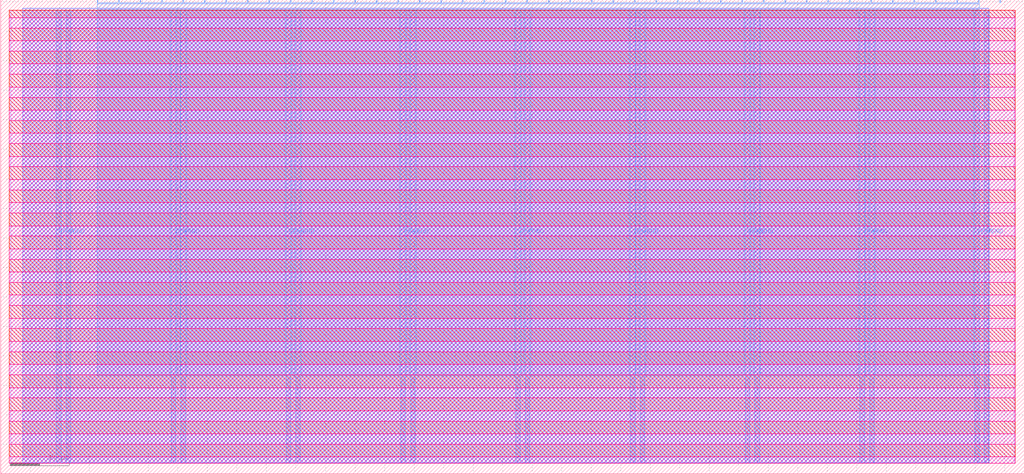
<source format=lef>
VERSION 5.7 ;
  NOWIREEXTENSIONATPIN ON ;
  DIVIDERCHAR "/" ;
  BUSBITCHARS "[]" ;
MACRO tt_um_SophusAndreassen_dogbattle
  CLASS BLOCK ;
  FOREIGN tt_um_SophusAndreassen_dogbattle ;
  ORIGIN 0.000 0.000 ;
  SIZE 346.640 BY 160.720 ;
  PIN VGND
    DIRECTION INOUT ;
    USE GROUND ;
    PORT
      LAYER Metal4 ;
        RECT 22.180 3.620 23.780 157.100 ;
    END
    PORT
      LAYER Metal4 ;
        RECT 61.050 3.620 62.650 157.100 ;
    END
    PORT
      LAYER Metal4 ;
        RECT 99.920 3.620 101.520 157.100 ;
    END
    PORT
      LAYER Metal4 ;
        RECT 138.790 3.620 140.390 157.100 ;
    END
    PORT
      LAYER Metal4 ;
        RECT 177.660 3.620 179.260 157.100 ;
    END
    PORT
      LAYER Metal4 ;
        RECT 216.530 3.620 218.130 157.100 ;
    END
    PORT
      LAYER Metal4 ;
        RECT 255.400 3.620 257.000 157.100 ;
    END
    PORT
      LAYER Metal4 ;
        RECT 294.270 3.620 295.870 157.100 ;
    END
    PORT
      LAYER Metal4 ;
        RECT 333.140 3.620 334.740 157.100 ;
    END
  END VGND
  PIN VPWR
    DIRECTION INOUT ;
    USE POWER ;
    PORT
      LAYER Metal4 ;
        RECT 18.880 3.620 20.480 157.100 ;
    END
    PORT
      LAYER Metal4 ;
        RECT 57.750 3.620 59.350 157.100 ;
    END
    PORT
      LAYER Metal4 ;
        RECT 96.620 3.620 98.220 157.100 ;
    END
    PORT
      LAYER Metal4 ;
        RECT 135.490 3.620 137.090 157.100 ;
    END
    PORT
      LAYER Metal4 ;
        RECT 174.360 3.620 175.960 157.100 ;
    END
    PORT
      LAYER Metal4 ;
        RECT 213.230 3.620 214.830 157.100 ;
    END
    PORT
      LAYER Metal4 ;
        RECT 252.100 3.620 253.700 157.100 ;
    END
    PORT
      LAYER Metal4 ;
        RECT 290.970 3.620 292.570 157.100 ;
    END
    PORT
      LAYER Metal4 ;
        RECT 329.840 3.620 331.440 157.100 ;
    END
  END VPWR
  PIN clk
    DIRECTION INPUT ;
    USE SIGNAL ;
    ANTENNAGATEAREA 0.675500 ;
    PORT
      LAYER Metal4 ;
        RECT 331.090 159.720 331.390 160.720 ;
    END
  END clk
  PIN ena
    DIRECTION INPUT ;
    USE SIGNAL ;
    PORT
      LAYER Metal4 ;
        RECT 338.370 159.720 338.670 160.720 ;
    END
  END ena
  PIN rst_n
    DIRECTION INPUT ;
    USE SIGNAL ;
    ANTENNAGATEAREA 0.741000 ;
    PORT
      LAYER Metal4 ;
        RECT 323.810 159.720 324.110 160.720 ;
    END
  END rst_n
  PIN ui_in[0]
    DIRECTION INPUT ;
    USE SIGNAL ;
    PORT
      LAYER Metal4 ;
        RECT 316.530 159.720 316.830 160.720 ;
    END
  END ui_in[0]
  PIN ui_in[1]
    DIRECTION INPUT ;
    USE SIGNAL ;
    PORT
      LAYER Metal4 ;
        RECT 309.250 159.720 309.550 160.720 ;
    END
  END ui_in[1]
  PIN ui_in[2]
    DIRECTION INPUT ;
    USE SIGNAL ;
    PORT
      LAYER Metal4 ;
        RECT 301.970 159.720 302.270 160.720 ;
    END
  END ui_in[2]
  PIN ui_in[3]
    DIRECTION INPUT ;
    USE SIGNAL ;
    PORT
      LAYER Metal4 ;
        RECT 294.690 159.720 294.990 160.720 ;
    END
  END ui_in[3]
  PIN ui_in[4]
    DIRECTION INPUT ;
    USE SIGNAL ;
    PORT
      LAYER Metal4 ;
        RECT 287.410 159.720 287.710 160.720 ;
    END
  END ui_in[4]
  PIN ui_in[5]
    DIRECTION INPUT ;
    USE SIGNAL ;
    PORT
      LAYER Metal4 ;
        RECT 280.130 159.720 280.430 160.720 ;
    END
  END ui_in[5]
  PIN ui_in[6]
    DIRECTION INPUT ;
    USE SIGNAL ;
    PORT
      LAYER Metal4 ;
        RECT 272.850 159.720 273.150 160.720 ;
    END
  END ui_in[6]
  PIN ui_in[7]
    DIRECTION INPUT ;
    USE SIGNAL ;
    PORT
      LAYER Metal4 ;
        RECT 265.570 159.720 265.870 160.720 ;
    END
  END ui_in[7]
  PIN uio_in[0]
    DIRECTION INPUT ;
    USE SIGNAL ;
    PORT
      LAYER Metal4 ;
        RECT 258.290 159.720 258.590 160.720 ;
    END
  END uio_in[0]
  PIN uio_in[1]
    DIRECTION INPUT ;
    USE SIGNAL ;
    PORT
      LAYER Metal4 ;
        RECT 251.010 159.720 251.310 160.720 ;
    END
  END uio_in[1]
  PIN uio_in[2]
    DIRECTION INPUT ;
    USE SIGNAL ;
    PORT
      LAYER Metal4 ;
        RECT 243.730 159.720 244.030 160.720 ;
    END
  END uio_in[2]
  PIN uio_in[3]
    DIRECTION INPUT ;
    USE SIGNAL ;
    PORT
      LAYER Metal4 ;
        RECT 236.450 159.720 236.750 160.720 ;
    END
  END uio_in[3]
  PIN uio_in[4]
    DIRECTION INPUT ;
    USE SIGNAL ;
    PORT
      LAYER Metal4 ;
        RECT 229.170 159.720 229.470 160.720 ;
    END
  END uio_in[4]
  PIN uio_in[5]
    DIRECTION INPUT ;
    USE SIGNAL ;
    PORT
      LAYER Metal4 ;
        RECT 221.890 159.720 222.190 160.720 ;
    END
  END uio_in[5]
  PIN uio_in[6]
    DIRECTION INPUT ;
    USE SIGNAL ;
    PORT
      LAYER Metal4 ;
        RECT 214.610 159.720 214.910 160.720 ;
    END
  END uio_in[6]
  PIN uio_in[7]
    DIRECTION INPUT ;
    USE SIGNAL ;
    PORT
      LAYER Metal4 ;
        RECT 207.330 159.720 207.630 160.720 ;
    END
  END uio_in[7]
  PIN uio_oe[0]
    DIRECTION OUTPUT ;
    USE SIGNAL ;
    ANTENNADIFFAREA 0.360800 ;
    PORT
      LAYER Metal4 ;
        RECT 83.570 159.720 83.870 160.720 ;
    END
  END uio_oe[0]
  PIN uio_oe[1]
    DIRECTION OUTPUT ;
    USE SIGNAL ;
    ANTENNADIFFAREA 0.360800 ;
    PORT
      LAYER Metal4 ;
        RECT 76.290 159.720 76.590 160.720 ;
    END
  END uio_oe[1]
  PIN uio_oe[2]
    DIRECTION OUTPUT ;
    USE SIGNAL ;
    ANTENNADIFFAREA 0.360800 ;
    PORT
      LAYER Metal4 ;
        RECT 69.010 159.720 69.310 160.720 ;
    END
  END uio_oe[2]
  PIN uio_oe[3]
    DIRECTION OUTPUT ;
    USE SIGNAL ;
    ANTENNADIFFAREA 0.360800 ;
    PORT
      LAYER Metal4 ;
        RECT 61.730 159.720 62.030 160.720 ;
    END
  END uio_oe[3]
  PIN uio_oe[4]
    DIRECTION OUTPUT ;
    USE SIGNAL ;
    ANTENNADIFFAREA 0.360800 ;
    PORT
      LAYER Metal4 ;
        RECT 54.450 159.720 54.750 160.720 ;
    END
  END uio_oe[4]
  PIN uio_oe[5]
    DIRECTION OUTPUT ;
    USE SIGNAL ;
    ANTENNADIFFAREA 0.360800 ;
    PORT
      LAYER Metal4 ;
        RECT 47.170 159.720 47.470 160.720 ;
    END
  END uio_oe[5]
  PIN uio_oe[6]
    DIRECTION OUTPUT ;
    USE SIGNAL ;
    ANTENNADIFFAREA 0.360800 ;
    PORT
      LAYER Metal4 ;
        RECT 39.890 159.720 40.190 160.720 ;
    END
  END uio_oe[6]
  PIN uio_oe[7]
    DIRECTION OUTPUT ;
    USE SIGNAL ;
    ANTENNADIFFAREA 0.360800 ;
    PORT
      LAYER Metal4 ;
        RECT 32.610 159.720 32.910 160.720 ;
    END
  END uio_oe[7]
  PIN uio_out[0]
    DIRECTION OUTPUT ;
    USE SIGNAL ;
    ANTENNADIFFAREA 0.360800 ;
    PORT
      LAYER Metal4 ;
        RECT 141.810 159.720 142.110 160.720 ;
    END
  END uio_out[0]
  PIN uio_out[1]
    DIRECTION OUTPUT ;
    USE SIGNAL ;
    ANTENNADIFFAREA 0.360800 ;
    PORT
      LAYER Metal4 ;
        RECT 134.530 159.720 134.830 160.720 ;
    END
  END uio_out[1]
  PIN uio_out[2]
    DIRECTION OUTPUT ;
    USE SIGNAL ;
    ANTENNADIFFAREA 0.360800 ;
    PORT
      LAYER Metal4 ;
        RECT 127.250 159.720 127.550 160.720 ;
    END
  END uio_out[2]
  PIN uio_out[3]
    DIRECTION OUTPUT ;
    USE SIGNAL ;
    ANTENNADIFFAREA 0.360800 ;
    PORT
      LAYER Metal4 ;
        RECT 119.970 159.720 120.270 160.720 ;
    END
  END uio_out[3]
  PIN uio_out[4]
    DIRECTION OUTPUT ;
    USE SIGNAL ;
    ANTENNADIFFAREA 0.360800 ;
    PORT
      LAYER Metal4 ;
        RECT 112.690 159.720 112.990 160.720 ;
    END
  END uio_out[4]
  PIN uio_out[5]
    DIRECTION OUTPUT ;
    USE SIGNAL ;
    ANTENNADIFFAREA 0.360800 ;
    PORT
      LAYER Metal4 ;
        RECT 105.410 159.720 105.710 160.720 ;
    END
  END uio_out[5]
  PIN uio_out[6]
    DIRECTION OUTPUT ;
    USE SIGNAL ;
    ANTENNADIFFAREA 0.360800 ;
    PORT
      LAYER Metal4 ;
        RECT 98.130 159.720 98.430 160.720 ;
    END
  END uio_out[6]
  PIN uio_out[7]
    DIRECTION OUTPUT ;
    USE SIGNAL ;
    ANTENNADIFFAREA 0.360800 ;
    PORT
      LAYER Metal4 ;
        RECT 90.850 159.720 91.150 160.720 ;
    END
  END uio_out[7]
  PIN uo_out[0]
    DIRECTION OUTPUT ;
    USE SIGNAL ;
    ANTENNADIFFAREA 1.986000 ;
    PORT
      LAYER Metal4 ;
        RECT 200.050 159.720 200.350 160.720 ;
    END
  END uo_out[0]
  PIN uo_out[1]
    DIRECTION OUTPUT ;
    USE SIGNAL ;
    ANTENNADIFFAREA 1.986000 ;
    PORT
      LAYER Metal4 ;
        RECT 192.770 159.720 193.070 160.720 ;
    END
  END uo_out[1]
  PIN uo_out[2]
    DIRECTION OUTPUT ;
    USE SIGNAL ;
    ANTENNADIFFAREA 1.055600 ;
    PORT
      LAYER Metal4 ;
        RECT 185.490 159.720 185.790 160.720 ;
    END
  END uo_out[2]
  PIN uo_out[3]
    DIRECTION OUTPUT ;
    USE SIGNAL ;
    ANTENNADIFFAREA 1.055600 ;
    PORT
      LAYER Metal4 ;
        RECT 178.210 159.720 178.510 160.720 ;
    END
  END uo_out[3]
  PIN uo_out[4]
    DIRECTION OUTPUT ;
    USE SIGNAL ;
    ANTENNADIFFAREA 1.055600 ;
    PORT
      LAYER Metal4 ;
        RECT 170.930 159.720 171.230 160.720 ;
    END
  END uo_out[4]
  PIN uo_out[5]
    DIRECTION OUTPUT ;
    USE SIGNAL ;
    ANTENNADIFFAREA 1.055600 ;
    PORT
      LAYER Metal4 ;
        RECT 163.650 159.720 163.950 160.720 ;
    END
  END uo_out[5]
  PIN uo_out[6]
    DIRECTION OUTPUT ;
    USE SIGNAL ;
    ANTENNADIFFAREA 1.055600 ;
    PORT
      LAYER Metal4 ;
        RECT 156.370 159.720 156.670 160.720 ;
    END
  END uo_out[6]
  PIN uo_out[7]
    DIRECTION OUTPUT ;
    USE SIGNAL ;
    ANTENNADIFFAREA 1.055600 ;
    PORT
      LAYER Metal4 ;
        RECT 149.090 159.720 149.390 160.720 ;
    END
  END uo_out[7]
  OBS
      LAYER Nwell ;
        RECT 2.930 154.640 343.710 157.230 ;
      LAYER Pwell ;
        RECT 2.930 151.120 343.710 154.640 ;
      LAYER Nwell ;
        RECT 2.930 146.800 343.710 151.120 ;
      LAYER Pwell ;
        RECT 2.930 143.280 343.710 146.800 ;
      LAYER Nwell ;
        RECT 2.930 138.960 343.710 143.280 ;
      LAYER Pwell ;
        RECT 2.930 135.440 343.710 138.960 ;
      LAYER Nwell ;
        RECT 2.930 131.120 343.710 135.440 ;
      LAYER Pwell ;
        RECT 2.930 127.600 343.710 131.120 ;
      LAYER Nwell ;
        RECT 2.930 123.280 343.710 127.600 ;
      LAYER Pwell ;
        RECT 2.930 119.760 343.710 123.280 ;
      LAYER Nwell ;
        RECT 2.930 115.440 343.710 119.760 ;
      LAYER Pwell ;
        RECT 2.930 111.920 343.710 115.440 ;
      LAYER Nwell ;
        RECT 2.930 107.600 343.710 111.920 ;
      LAYER Pwell ;
        RECT 2.930 104.080 343.710 107.600 ;
      LAYER Nwell ;
        RECT 2.930 99.760 343.710 104.080 ;
      LAYER Pwell ;
        RECT 2.930 96.240 343.710 99.760 ;
      LAYER Nwell ;
        RECT 2.930 91.920 343.710 96.240 ;
      LAYER Pwell ;
        RECT 2.930 88.400 343.710 91.920 ;
      LAYER Nwell ;
        RECT 2.930 84.080 343.710 88.400 ;
      LAYER Pwell ;
        RECT 2.930 80.560 343.710 84.080 ;
      LAYER Nwell ;
        RECT 2.930 76.240 343.710 80.560 ;
      LAYER Pwell ;
        RECT 2.930 72.720 343.710 76.240 ;
      LAYER Nwell ;
        RECT 2.930 68.400 343.710 72.720 ;
      LAYER Pwell ;
        RECT 2.930 64.880 343.710 68.400 ;
      LAYER Nwell ;
        RECT 2.930 60.560 343.710 64.880 ;
      LAYER Pwell ;
        RECT 2.930 57.040 343.710 60.560 ;
      LAYER Nwell ;
        RECT 2.930 52.720 343.710 57.040 ;
      LAYER Pwell ;
        RECT 2.930 49.200 343.710 52.720 ;
      LAYER Nwell ;
        RECT 2.930 44.880 343.710 49.200 ;
      LAYER Pwell ;
        RECT 2.930 41.360 343.710 44.880 ;
      LAYER Nwell ;
        RECT 2.930 37.040 343.710 41.360 ;
      LAYER Pwell ;
        RECT 2.930 33.520 343.710 37.040 ;
      LAYER Nwell ;
        RECT 2.930 29.200 343.710 33.520 ;
      LAYER Pwell ;
        RECT 2.930 25.680 343.710 29.200 ;
      LAYER Nwell ;
        RECT 2.930 21.360 343.710 25.680 ;
      LAYER Pwell ;
        RECT 2.930 17.840 343.710 21.360 ;
      LAYER Nwell ;
        RECT 2.930 13.520 343.710 17.840 ;
      LAYER Pwell ;
        RECT 2.930 10.000 343.710 13.520 ;
      LAYER Nwell ;
        RECT 2.930 5.680 343.710 10.000 ;
      LAYER Pwell ;
        RECT 2.930 3.490 343.710 5.680 ;
      LAYER Metal1 ;
        RECT 3.360 3.620 343.280 157.100 ;
      LAYER Metal2 ;
        RECT 7.420 3.730 334.600 157.830 ;
      LAYER Metal3 ;
        RECT 7.370 3.780 334.650 157.780 ;
      LAYER Metal4 ;
        RECT 33.210 159.420 39.590 159.720 ;
        RECT 40.490 159.420 46.870 159.720 ;
        RECT 47.770 159.420 54.150 159.720 ;
        RECT 55.050 159.420 61.430 159.720 ;
        RECT 62.330 159.420 68.710 159.720 ;
        RECT 69.610 159.420 75.990 159.720 ;
        RECT 76.890 159.420 83.270 159.720 ;
        RECT 84.170 159.420 90.550 159.720 ;
        RECT 91.450 159.420 97.830 159.720 ;
        RECT 98.730 159.420 105.110 159.720 ;
        RECT 106.010 159.420 112.390 159.720 ;
        RECT 113.290 159.420 119.670 159.720 ;
        RECT 120.570 159.420 126.950 159.720 ;
        RECT 127.850 159.420 134.230 159.720 ;
        RECT 135.130 159.420 141.510 159.720 ;
        RECT 142.410 159.420 148.790 159.720 ;
        RECT 149.690 159.420 156.070 159.720 ;
        RECT 156.970 159.420 163.350 159.720 ;
        RECT 164.250 159.420 170.630 159.720 ;
        RECT 171.530 159.420 177.910 159.720 ;
        RECT 178.810 159.420 185.190 159.720 ;
        RECT 186.090 159.420 192.470 159.720 ;
        RECT 193.370 159.420 199.750 159.720 ;
        RECT 200.650 159.420 207.030 159.720 ;
        RECT 207.930 159.420 214.310 159.720 ;
        RECT 215.210 159.420 221.590 159.720 ;
        RECT 222.490 159.420 228.870 159.720 ;
        RECT 229.770 159.420 236.150 159.720 ;
        RECT 237.050 159.420 243.430 159.720 ;
        RECT 244.330 159.420 250.710 159.720 ;
        RECT 251.610 159.420 257.990 159.720 ;
        RECT 258.890 159.420 265.270 159.720 ;
        RECT 266.170 159.420 272.550 159.720 ;
        RECT 273.450 159.420 279.830 159.720 ;
        RECT 280.730 159.420 287.110 159.720 ;
        RECT 288.010 159.420 294.390 159.720 ;
        RECT 295.290 159.420 301.670 159.720 ;
        RECT 302.570 159.420 308.950 159.720 ;
        RECT 309.850 159.420 316.230 159.720 ;
        RECT 317.130 159.420 323.510 159.720 ;
        RECT 324.410 159.420 330.790 159.720 ;
        RECT 32.620 157.400 331.380 159.420 ;
        RECT 32.620 33.130 57.450 157.400 ;
        RECT 59.650 33.130 60.750 157.400 ;
        RECT 62.950 33.130 96.320 157.400 ;
        RECT 98.520 33.130 99.620 157.400 ;
        RECT 101.820 33.130 135.190 157.400 ;
        RECT 137.390 33.130 138.490 157.400 ;
        RECT 140.690 33.130 174.060 157.400 ;
        RECT 176.260 33.130 177.360 157.400 ;
        RECT 179.560 33.130 212.930 157.400 ;
        RECT 215.130 33.130 216.230 157.400 ;
        RECT 218.430 33.130 251.800 157.400 ;
        RECT 254.000 33.130 255.100 157.400 ;
        RECT 257.300 33.130 290.670 157.400 ;
        RECT 292.870 33.130 293.970 157.400 ;
        RECT 296.170 33.130 329.540 157.400 ;
  END
END tt_um_SophusAndreassen_dogbattle
END LIBRARY


</source>
